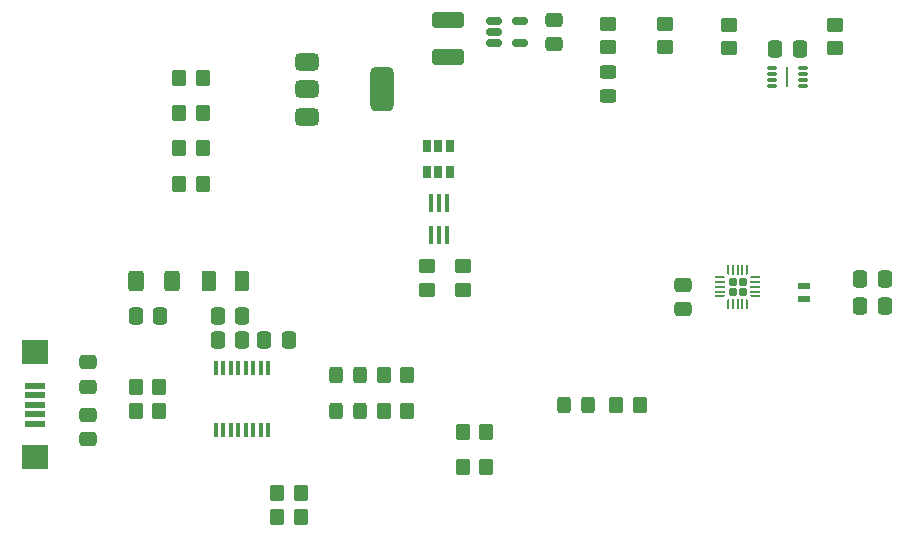
<source format=gbr>
%TF.GenerationSoftware,KiCad,Pcbnew,8.0.7*%
%TF.CreationDate,2025-02-09T15:31:53-05:00*%
%TF.ProjectId,ATTiny_416_Sensor_Board,41545469-6e79-45f3-9431-365f53656e73,rev?*%
%TF.SameCoordinates,Original*%
%TF.FileFunction,Paste,Top*%
%TF.FilePolarity,Positive*%
%FSLAX46Y46*%
G04 Gerber Fmt 4.6, Leading zero omitted, Abs format (unit mm)*
G04 Created by KiCad (PCBNEW 8.0.7) date 2025-02-09 15:31:53*
%MOMM*%
%LPD*%
G01*
G04 APERTURE LIST*
G04 Aperture macros list*
%AMRoundRect*
0 Rectangle with rounded corners*
0 $1 Rounding radius*
0 $2 $3 $4 $5 $6 $7 $8 $9 X,Y pos of 4 corners*
0 Add a 4 corners polygon primitive as box body*
4,1,4,$2,$3,$4,$5,$6,$7,$8,$9,$2,$3,0*
0 Add four circle primitives for the rounded corners*
1,1,$1+$1,$2,$3*
1,1,$1+$1,$4,$5*
1,1,$1+$1,$6,$7*
1,1,$1+$1,$8,$9*
0 Add four rect primitives between the rounded corners*
20,1,$1+$1,$2,$3,$4,$5,0*
20,1,$1+$1,$4,$5,$6,$7,0*
20,1,$1+$1,$6,$7,$8,$9,0*
20,1,$1+$1,$8,$9,$2,$3,0*%
%AMFreePoly0*
4,1,14,0.334644,0.085355,0.385355,0.034644,0.400000,-0.000711,0.400000,-0.050000,0.385355,-0.085355,0.350000,-0.100000,-0.350000,-0.100000,-0.385355,-0.085355,-0.400000,-0.050000,-0.400000,0.050000,-0.385355,0.085355,-0.350000,0.100000,0.299289,0.100000,0.334644,0.085355,0.334644,0.085355,$1*%
%AMFreePoly1*
4,1,14,0.385355,0.085355,0.400000,0.050000,0.400000,0.000711,0.385355,-0.034644,0.334644,-0.085355,0.299289,-0.100000,-0.350000,-0.100000,-0.385355,-0.085355,-0.400000,-0.050000,-0.400000,0.050000,-0.385355,0.085355,-0.350000,0.100000,0.350000,0.100000,0.385355,0.085355,0.385355,0.085355,$1*%
%AMFreePoly2*
4,1,14,0.085355,0.385355,0.100000,0.350000,0.100000,-0.350000,0.085355,-0.385355,0.050000,-0.400000,-0.050000,-0.400000,-0.085355,-0.385355,-0.100000,-0.350000,-0.100000,0.299289,-0.085355,0.334644,-0.034644,0.385355,0.000711,0.400000,0.050000,0.400000,0.085355,0.385355,0.085355,0.385355,$1*%
%AMFreePoly3*
4,1,14,0.034644,0.385355,0.085355,0.334644,0.100000,0.299289,0.100000,-0.350000,0.085355,-0.385355,0.050000,-0.400000,-0.050000,-0.400000,-0.085355,-0.385355,-0.100000,-0.350000,-0.100000,0.350000,-0.085355,0.385355,-0.050000,0.400000,-0.000711,0.400000,0.034644,0.385355,0.034644,0.385355,$1*%
%AMFreePoly4*
4,1,14,0.385355,0.085355,0.400000,0.050000,0.400000,-0.050000,0.385355,-0.085355,0.350000,-0.100000,-0.299289,-0.100000,-0.334644,-0.085355,-0.385355,-0.034644,-0.400000,0.000711,-0.400000,0.050000,-0.385355,0.085355,-0.350000,0.100000,0.350000,0.100000,0.385355,0.085355,0.385355,0.085355,$1*%
%AMFreePoly5*
4,1,14,0.385355,0.085355,0.400000,0.050000,0.400000,-0.050000,0.385355,-0.085355,0.350000,-0.100000,-0.350000,-0.100000,-0.385355,-0.085355,-0.400000,-0.050000,-0.400000,-0.000711,-0.385355,0.034644,-0.334644,0.085355,-0.299289,0.100000,0.350000,0.100000,0.385355,0.085355,0.385355,0.085355,$1*%
%AMFreePoly6*
4,1,14,0.085355,0.385355,0.100000,0.350000,0.100000,-0.299289,0.085355,-0.334644,0.034644,-0.385355,-0.000711,-0.400000,-0.050000,-0.400000,-0.085355,-0.385355,-0.100000,-0.350000,-0.100000,0.350000,-0.085355,0.385355,-0.050000,0.400000,0.050000,0.400000,0.085355,0.385355,0.085355,0.385355,$1*%
%AMFreePoly7*
4,1,14,0.085355,0.385355,0.100000,0.350000,0.100000,-0.350000,0.085355,-0.385355,0.050000,-0.400000,0.000711,-0.400000,-0.034644,-0.385355,-0.085355,-0.334644,-0.100000,-0.299289,-0.100000,0.350000,-0.085355,0.385355,-0.050000,0.400000,0.050000,0.400000,0.085355,0.385355,0.085355,0.385355,$1*%
G04 Aperture macros list end*
%ADD10R,0.700000X1.000000*%
%ADD11R,1.800000X0.600000*%
%ADD12R,2.300000X2.000000*%
%ADD13R,1.000000X0.500000*%
%ADD14RoundRect,0.250000X0.475000X-0.337500X0.475000X0.337500X-0.475000X0.337500X-0.475000X-0.337500X0*%
%ADD15RoundRect,0.172500X-0.172500X-0.172500X0.172500X-0.172500X0.172500X0.172500X-0.172500X0.172500X0*%
%ADD16FreePoly0,0.000000*%
%ADD17RoundRect,0.050000X-0.350000X-0.050000X0.350000X-0.050000X0.350000X0.050000X-0.350000X0.050000X0*%
%ADD18FreePoly1,0.000000*%
%ADD19FreePoly2,0.000000*%
%ADD20RoundRect,0.050000X-0.050000X-0.350000X0.050000X-0.350000X0.050000X0.350000X-0.050000X0.350000X0*%
%ADD21FreePoly3,0.000000*%
%ADD22FreePoly4,0.000000*%
%ADD23FreePoly5,0.000000*%
%ADD24FreePoly6,0.000000*%
%ADD25FreePoly7,0.000000*%
%ADD26RoundRect,0.250000X0.337500X0.475000X-0.337500X0.475000X-0.337500X-0.475000X0.337500X-0.475000X0*%
%ADD27RoundRect,0.250000X-0.325000X-0.450000X0.325000X-0.450000X0.325000X0.450000X-0.325000X0.450000X0*%
%ADD28RoundRect,0.250000X0.350000X0.450000X-0.350000X0.450000X-0.350000X-0.450000X0.350000X-0.450000X0*%
%ADD29RoundRect,0.250000X1.100000X-0.412500X1.100000X0.412500X-1.100000X0.412500X-1.100000X-0.412500X0*%
%ADD30RoundRect,0.250000X-0.350000X-0.450000X0.350000X-0.450000X0.350000X0.450000X-0.350000X0.450000X0*%
%ADD31RoundRect,0.375000X-0.625000X-0.375000X0.625000X-0.375000X0.625000X0.375000X-0.625000X0.375000X0*%
%ADD32RoundRect,0.500000X-0.500000X-1.400000X0.500000X-1.400000X0.500000X1.400000X-0.500000X1.400000X0*%
%ADD33RoundRect,0.250000X-0.450000X0.350000X-0.450000X-0.350000X0.450000X-0.350000X0.450000X0.350000X0*%
%ADD34RoundRect,0.250000X-0.475000X0.337500X-0.475000X-0.337500X0.475000X-0.337500X0.475000X0.337500X0*%
%ADD35R,0.400000X1.200000*%
%ADD36RoundRect,0.250000X0.450000X-0.350000X0.450000X0.350000X-0.450000X0.350000X-0.450000X-0.350000X0*%
%ADD37RoundRect,0.250000X-0.337500X-0.475000X0.337500X-0.475000X0.337500X0.475000X-0.337500X0.475000X0*%
%ADD38RoundRect,0.250000X0.375000X0.625000X-0.375000X0.625000X-0.375000X-0.625000X0.375000X-0.625000X0*%
%ADD39RoundRect,0.250000X0.450000X-0.325000X0.450000X0.325000X-0.450000X0.325000X-0.450000X-0.325000X0*%
%ADD40RoundRect,0.150000X-0.512500X-0.150000X0.512500X-0.150000X0.512500X0.150000X-0.512500X0.150000X0*%
%ADD41RoundRect,0.062500X-0.062500X-0.762500X0.062500X-0.762500X0.062500X0.762500X-0.062500X0.762500X0*%
%ADD42RoundRect,0.100000X-0.300000X-0.050000X0.300000X-0.050000X0.300000X0.050000X-0.300000X0.050000X0*%
%ADD43RoundRect,0.100000X0.100000X-0.650000X0.100000X0.650000X-0.100000X0.650000X-0.100000X-0.650000X0*%
%ADD44RoundRect,0.250000X0.400000X0.625000X-0.400000X0.625000X-0.400000X-0.625000X0.400000X-0.625000X0*%
G04 APERTURE END LIST*
D10*
%TO.C,U5*%
X151725000Y-87574500D03*
X152675000Y-87574500D03*
X153625000Y-87574500D03*
X153625000Y-85375500D03*
X152675000Y-85375500D03*
X151725000Y-85375500D03*
%TD*%
D11*
%TO.C,J2*%
X118492500Y-105674500D03*
X118492500Y-106474500D03*
X118492500Y-107274500D03*
X118492500Y-108074500D03*
X118492500Y-108874500D03*
D12*
X118542500Y-102824500D03*
X118542500Y-111724500D03*
%TD*%
D13*
%TO.C,Y1*%
X183600000Y-98299500D03*
X183600000Y-97199500D03*
%TD*%
D14*
%TO.C,C1*%
X173400000Y-99174500D03*
X173400000Y-97099500D03*
%TD*%
D15*
%TO.C,U1*%
X177575000Y-96874500D03*
X177575000Y-97724500D03*
X178425000Y-96874500D03*
X178425000Y-97724500D03*
D16*
X176550000Y-96499500D03*
D17*
X176550000Y-96899500D03*
X176550000Y-97299500D03*
X176550000Y-97699500D03*
D18*
X176550000Y-98099500D03*
D19*
X177200000Y-98749500D03*
D20*
X177600000Y-98749500D03*
X178000000Y-98749500D03*
X178400000Y-98749500D03*
D21*
X178800000Y-98749500D03*
D22*
X179450000Y-98099500D03*
D17*
X179450000Y-97699500D03*
X179450000Y-97299500D03*
X179450000Y-96899500D03*
D23*
X179450000Y-96499500D03*
D24*
X178800000Y-95849500D03*
D20*
X178400000Y-95849500D03*
X178000000Y-95849500D03*
X177600000Y-95849500D03*
D25*
X177200000Y-95849500D03*
%TD*%
D14*
%TO.C,C7*%
X123042500Y-105774500D03*
X123042500Y-103699500D03*
%TD*%
D26*
%TO.C,C4*%
X136042500Y-99774500D03*
X133967500Y-99774500D03*
%TD*%
D27*
%TO.C,D1*%
X144017500Y-104774500D03*
X146067500Y-104774500D03*
%TD*%
D28*
%TO.C,R13*%
X132725000Y-82574500D03*
X130725000Y-82574500D03*
%TD*%
D29*
%TO.C,C11*%
X153475000Y-77849500D03*
X153475000Y-74724500D03*
%TD*%
D30*
%TO.C,R3*%
X148042500Y-104774500D03*
X150042500Y-104774500D03*
%TD*%
D31*
%TO.C,D4*%
X141575000Y-78274500D03*
X141575000Y-80574500D03*
X141575000Y-82874500D03*
D32*
X147875000Y-80574500D03*
%TD*%
D33*
%TO.C,R10*%
X171850000Y-74999500D03*
X171850000Y-76999500D03*
%TD*%
D34*
%TO.C,C8*%
X123042500Y-108124500D03*
X123042500Y-110199500D03*
%TD*%
D35*
%TO.C,U2*%
X133820000Y-109374500D03*
X134455000Y-109374500D03*
X135090000Y-109374500D03*
X135725000Y-109374500D03*
X136360000Y-109374500D03*
X136995000Y-109374500D03*
X137630000Y-109374500D03*
X138265000Y-109374500D03*
X138265000Y-104174500D03*
X137630000Y-104174500D03*
X136995000Y-104174500D03*
X136360000Y-104174500D03*
X135725000Y-104174500D03*
X135090000Y-104174500D03*
X134455000Y-104174500D03*
X133820000Y-104174500D03*
%TD*%
D36*
%TO.C,R19*%
X167050000Y-76999500D03*
X167050000Y-74999500D03*
%TD*%
D37*
%TO.C,C3*%
X188400000Y-98899500D03*
X190475000Y-98899500D03*
%TD*%
D38*
%TO.C,F1*%
X136042500Y-96774500D03*
X133242500Y-96774500D03*
%TD*%
D33*
%TO.C,R12*%
X177250000Y-75099500D03*
X177250000Y-77099500D03*
%TD*%
D30*
%TO.C,R17*%
X130725000Y-88574500D03*
X132725000Y-88574500D03*
%TD*%
D39*
%TO.C,D5*%
X167050000Y-81124500D03*
X167050000Y-79074500D03*
%TD*%
D30*
%TO.C,R18*%
X167700000Y-107274500D03*
X169700000Y-107274500D03*
%TD*%
D26*
%TO.C,C6*%
X136042500Y-101774500D03*
X133967500Y-101774500D03*
%TD*%
D14*
%TO.C,C12*%
X162475000Y-76762000D03*
X162475000Y-74687000D03*
%TD*%
D30*
%TO.C,R7*%
X130725000Y-79574500D03*
X132725000Y-79574500D03*
%TD*%
D26*
%TO.C,C10*%
X183262500Y-77174500D03*
X181187500Y-77174500D03*
%TD*%
D30*
%TO.C,R9*%
X154725000Y-112574500D03*
X156725000Y-112574500D03*
%TD*%
D33*
%TO.C,R11*%
X186250000Y-75099500D03*
X186250000Y-77099500D03*
%TD*%
D30*
%TO.C,R8*%
X154725000Y-109574500D03*
X156725000Y-109574500D03*
%TD*%
%TO.C,R5*%
X127042500Y-105774500D03*
X129042500Y-105774500D03*
%TD*%
D40*
%TO.C,U6*%
X157337500Y-74774500D03*
X157337500Y-75724500D03*
X157337500Y-76674500D03*
X159612500Y-76674500D03*
X159612500Y-74774500D03*
%TD*%
D28*
%TO.C,R1*%
X141042500Y-116774500D03*
X139042500Y-116774500D03*
%TD*%
D41*
%TO.C,U4*%
X182198500Y-79551000D03*
D42*
X180898500Y-78801000D03*
X180898500Y-79301000D03*
X180898500Y-79801000D03*
X180898500Y-80301000D03*
X183498500Y-80301000D03*
X183498500Y-79801000D03*
X183498500Y-79301000D03*
X183498500Y-78801000D03*
%TD*%
D30*
%TO.C,R14*%
X130725000Y-85574500D03*
X132725000Y-85574500D03*
%TD*%
D43*
%TO.C,U3*%
X152075500Y-92894500D03*
X152725500Y-92894500D03*
X153375500Y-92894500D03*
X153375500Y-90234500D03*
X152725500Y-90234500D03*
X152075500Y-90234500D03*
%TD*%
D27*
%TO.C,D3*%
X163300000Y-107274500D03*
X165350000Y-107274500D03*
%TD*%
D37*
%TO.C,C9*%
X127042500Y-99774500D03*
X129117500Y-99774500D03*
%TD*%
D27*
%TO.C,D2*%
X144017500Y-107774500D03*
X146067500Y-107774500D03*
%TD*%
D33*
%TO.C,R15*%
X151725500Y-95564500D03*
X151725500Y-97564500D03*
%TD*%
%TO.C,R16*%
X154725500Y-95564500D03*
X154725500Y-97564500D03*
%TD*%
D37*
%TO.C,C5*%
X137942500Y-101774500D03*
X140017500Y-101774500D03*
%TD*%
%TO.C,C2*%
X188400000Y-96599500D03*
X190475000Y-96599500D03*
%TD*%
D30*
%TO.C,R4*%
X148042500Y-107774500D03*
X150042500Y-107774500D03*
%TD*%
%TO.C,R6*%
X127042500Y-107774500D03*
X129042500Y-107774500D03*
%TD*%
D44*
%TO.C,FB1*%
X130142500Y-96774500D03*
X127042500Y-96774500D03*
%TD*%
D28*
%TO.C,R2*%
X141042500Y-114774500D03*
X139042500Y-114774500D03*
%TD*%
M02*

</source>
